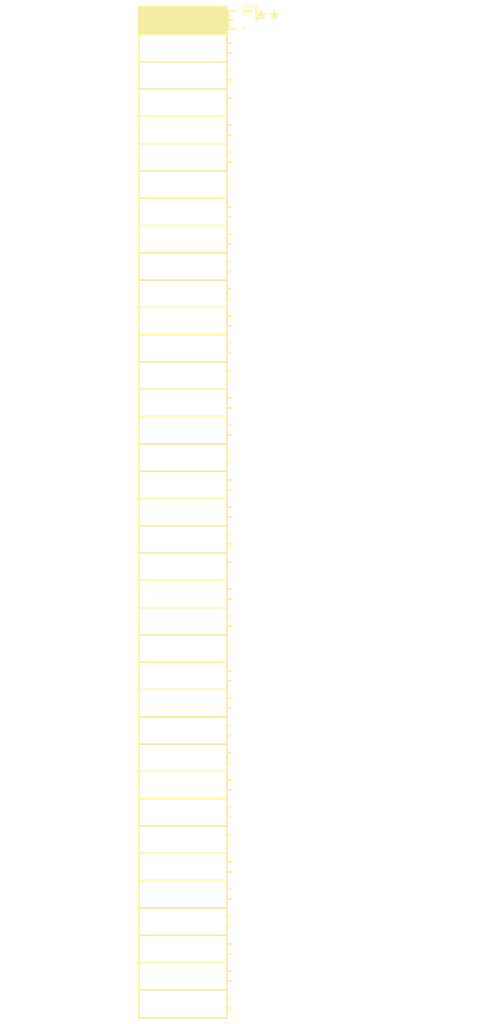
<source format=kicad_pcb>
(kicad_pcb (version 20240108) (generator pcbnew)
  (layers (0 "F.Cu" signal) (31 "B.Cu" signal) (34 "B.Paste" user) (35 "F.Paste" user) (36 "B.SilkS" user "B.Silkscreen") (37 "F.SilkS" user "F.Silkscreen") (38 "B.Mask" user) (39 "F.Mask" user) (44 "Edge.Cuts" user))
  (net 0 "")
  (footprint "PinSocket_1x37_P2.00mm_Horizontal" (layer "F.Cu") (at 0 0)
    (property "Reference" "REF**")
    (property "Value" "PinSocket_1x37_P2.00mm_Horizontal")
    (fp_line (start -7.68 -1.06) (end -7.68 73.06) (layer "F.SilkS") (stroke (width 0.12)))
    (fp_line (start -7.68 -1.06) (end -1.21 -1.06) (layer "F.SilkS") (stroke (width 0.12)))
    (fp_line (start -7.68 -0.94) (end -1.21 -0.94) (layer "F.SilkS") (stroke (width 0.12)))
    (fp_line (start -7.68 -0.825882) (end -1.21 -0.825882) (layer "F.SilkS") (stroke (width 0.12)))
    (fp_line (start -7.68 -0.711764) (end -1.21 -0.711764) (layer "F.SilkS") (stroke (width 0.12)))
    (fp_line (start -7.68 -0.597646) (end -1.21 -0.597646) (layer "F.SilkS") (stroke (width 0.12)))
    (fp_line (start -7.68 -0.483528) (end -1.21 -0.483528) (layer "F.SilkS") (stroke (width 0.12)))
    (fp_line (start -7.68 -0.36941) (end -1.21 -0.36941) (layer "F.SilkS") (stroke (width 0.12)))
    (fp_line (start -7.68 -0.255292) (end -1.21 -0.255292) (layer "F.SilkS") (stroke (width 0.12)))
    (fp_line (start -7.68 -0.141174) (end -1.21 -0.141174) (layer "F.SilkS") (stroke (width 0.12)))
    (fp_line (start -7.68 -0.027056) (end -1.21 -0.027056) (layer "F.SilkS") (stroke (width 0.12)))
    (fp_line (start -7.68 0.087062) (end -1.21 0.087062) (layer "F.SilkS") (stroke (width 0.12)))
    (fp_line (start -7.68 0.20118) (end -1.21 0.20118) (layer "F.SilkS") (stroke (width 0.12)))
    (fp_line (start -7.68 0.315298) (end -1.21 0.315298) (layer "F.SilkS") (stroke (width 0.12)))
    (fp_line (start -7.68 0.429416) (end -1.21 0.429416) (layer "F.SilkS") (stroke (width 0.12)))
    (fp_line (start -7.68 0.543534) (end -1.21 0.543534) (layer "F.SilkS") (stroke (width 0.12)))
    (fp_line (start -7.68 0.657652) (end -1.21 0.657652) (layer "F.SilkS") (stroke (width 0.12)))
    (fp_line (start -7.68 0.77177) (end -1.21 0.77177) (layer "F.SilkS") (stroke (width 0.12)))
    (fp_line (start -7.68 0.885888) (end -1.21 0.885888) (layer "F.SilkS") (stroke (width 0.12)))
    (fp_line (start -7.68 1) (end -1.21 1) (layer "F.SilkS") (stroke (width 0.12)))
    (fp_line (start -7.68 3) (end -1.21 3) (layer "F.SilkS") (stroke (width 0.12)))
    (fp_line (start -7.68 5) (end -1.21 5) (layer "F.SilkS") (stroke (width 0.12)))
    (fp_line (start -7.68 7) (end -1.21 7) (layer "F.SilkS") (stroke (width 0.12)))
    (fp_line (start -7.68 9) (end -1.21 9) (layer "F.SilkS") (stroke (width 0.12)))
    (fp_line (start -7.68 11) (end -1.21 11) (layer "F.SilkS") (stroke (width 0.12)))
    (fp_line (start -7.68 13) (end -1.21 13) (layer "F.SilkS") (stroke (width 0.12)))
    (fp_line (start -7.68 15) (end -1.21 15) (layer "F.SilkS") (stroke (width 0.12)))
    (fp_line (start -7.68 17) (end -1.21 17) (layer "F.SilkS") (stroke (width 0.12)))
    (fp_line (start -7.68 19) (end -1.21 19) (layer "F.SilkS") (stroke (width 0.12)))
    (fp_line (start -7.68 21) (end -1.21 21) (layer "F.SilkS") (stroke (width 0.12)))
    (fp_line (start -7.68 23) (end -1.21 23) (layer "F.SilkS") (stroke (width 0.12)))
    (fp_line (start -7.68 25) (end -1.21 25) (layer "F.SilkS") (stroke (width 0.12)))
    (fp_line (start -7.68 27) (end -1.21 27) (layer "F.SilkS") (stroke (width 0.12)))
    (fp_line (start -7.68 29) (end -1.21 29) (layer "F.SilkS") (stroke (width 0.12)))
    (fp_line (start -7.68 31) (end -1.21 31) (layer "F.SilkS") (stroke (width 0.12)))
    (fp_line (start -7.68 33) (end -1.21 33) (layer "F.SilkS") (stroke (width 0.12)))
    (fp_line (start -7.68 35) (end -1.21 35) (layer "F.SilkS") (stroke (width 0.12)))
    (fp_line (start -7.68 37) (end -1.21 37) (layer "F.SilkS") (stroke (width 0.12)))
    (fp_line (start -7.68 39) (end -1.21 39) (layer "F.SilkS") (stroke (width 0.12)))
    (fp_line (start -7.68 41) (end -1.21 41) (layer "F.SilkS") (stroke (width 0.12)))
    (fp_line (start -7.68 43) (end -1.21 43) (layer "F.SilkS") (stroke (width 0.12)))
    (fp_line (start -7.68 45) (end -1.21 45) (layer "F.SilkS") (stroke (width 0.12)))
    (fp_line (start -7.68 47) (end -1.21 47) (layer "F.SilkS") (stroke (width 0.12)))
    (fp_line (start -7.68 49) (end -1.21 49) (layer "F.SilkS") (stroke (width 0.12)))
    (fp_line (start -7.68 51) (end -1.21 51) (layer "F.SilkS") (stroke (width 0.12)))
    (fp_line (start -7.68 53) (end -1.21 53) (layer "F.SilkS") (stroke (width 0.12)))
    (fp_line (start -7.68 55) (end -1.21 55) (layer "F.SilkS") (stroke (width 0.12)))
    (fp_line (start -7.68 57) (end -1.21 57) (layer "F.SilkS") (stroke (width 0.12)))
    (fp_line (start -7.68 59) (end -1.21 59) (layer "F.SilkS") (stroke (width 0.12)))
    (fp_line (start -7.68 61) (end -1.21 61) (layer "F.SilkS") (stroke (width 0.12)))
    (fp_line (start -7.68 63) (end -1.21 63) (layer "F.SilkS") (stroke (width 0.12)))
    (fp_line (start -7.68 65) (end -1.21 65) (layer "F.SilkS") (stroke (width 0.12)))
    (fp_line (start -7.68 67) (end -1.21 67) (layer "F.SilkS") (stroke (width 0.12)))
    (fp_line (start -7.68 69) (end -1.21 69) (layer "F.SilkS") (stroke (width 0.12)))
    (fp_line (start -7.68 71) (end -1.21 71) (layer "F.SilkS") (stroke (width 0.12)))
    (fp_line (start -7.68 73.06) (end -1.21 73.06) (layer "F.SilkS") (stroke (width 0.12)))
    (fp_line (start -1.21 -1.06) (end -1.21 73.06) (layer "F.SilkS") (stroke (width 0.12)))
    (fp_line (start -1.21 -0.36) (end -0.935 -0.36) (layer "F.SilkS") (stroke (width 0.12)))
    (fp_line (start -1.21 0.36) (end -0.935 0.36) (layer "F.SilkS") (stroke (width 0.12)))
    (fp_line (start -1.21 1.64) (end -0.862917 1.64) (layer "F.SilkS") (stroke (width 0.12)))
    (fp_line (start -1.21 2.36) (end -0.862917 2.36) (layer "F.SilkS") (stroke (width 0.12)))
    (fp_line (start -1.21 3.64) (end -0.862917 3.64) (layer "F.SilkS") (stroke (width 0.12)))
    (fp_line (start -1.21 4.36) (end -0.862917 4.36) (layer "F.SilkS") (stroke (width 0.12)))
    (fp_line (start -1.21 5.64) (end -0.862917 5.64) (layer "F.SilkS") (stroke (width 0.12)))
    (fp_line (start -1.21 6.36) (end -0.862917 6.36) (layer "F.SilkS") (stroke (width 0.12)))
    (fp_line (start -1.21 7.64) (end -0.862917 7.64) (layer "F.SilkS") (stroke (width 0.12)))
    (fp_line (start -1.21 8.36) (end -0.862917 8.36) (layer "F.SilkS") (stroke (width 0.12)))
    (fp_line (start -1.21 9.64) (end -0.862917 9.64) (layer "F.SilkS") (stroke (width 0.12)))
    (fp_line (start -1.21 10.36) (end -0.862917 10.36) (layer "F.SilkS") (stroke (width 0.12)))
    (fp_line (start -1.21 11.64) (end -0.862917 11.64) (layer "F.SilkS") (stroke (width 0.12)))
    (fp_line (start -1.21 12.36) (end -0.862917 12.36) (layer "F.SilkS") (stroke (width 0.12)))
    (fp_line (start -1.21 13.64) (end -0.862917 13.64) (layer "F.SilkS") (stroke (width 0.12)))
    (fp_line (start -1.21 14.36) (end -0.862917 14.36) (layer "F.SilkS") (stroke (width 0.12)))
    (fp_line (start -1.21 15.64) (end -0.862917 15.64) (layer "F.SilkS") (stroke (width 0.12)))
    (fp_line (start -1.21 16.36) (end -0.862917 16.36) (layer "F.SilkS") (stroke (width 0.12)))
    (fp_line (start -1.21 17.64) (end -0.862917 17.64) (layer "F.SilkS") (stroke (width 0.12)))
    (fp_line (start -1.21 18.36) (end -0.862917 18.36) (layer "F.SilkS") (stroke (width 0.12)))
    (fp_line (start -1.21 19.64) (end -0.862917 19.64) (layer "F.SilkS") (stroke (width 0.12)))
    (fp_line (start -1.21 20.36) (end -0.862917 20.36) (layer "F.SilkS") (stroke (width 0.12)))
    (fp_line (start -1.21 21.64) (end -0.862917 21.64) (layer "F.SilkS") (stroke (width 0.12)))
    (fp_line (start -1.21 22.36) (end -0.862917 22.36) (layer "F.SilkS") (stroke (width 0.12)))
    (fp_line (start -1.21 23.64) (end -0.862917 23.64) (layer "F.SilkS") (stroke (width 0.12)))
    (fp_line (start -1.21 24.36) (end -0.862917 24.36) (layer "F.SilkS") (stroke (width 0.12)))
    (fp_line (start -1.21 25.64) (end -0.862917 25.64) (layer "F.SilkS") (stroke (width 0.12)))
    (fp_line (start -1.21 26.36) (end -0.862917 26.36) (layer "F.SilkS") (stroke (width 0.12)))
    (fp_line (start -1.21 27.64) (end -0.862917 27.64) (layer "F.SilkS") (stroke (width 0.12)))
    (fp_line (start -1.21 28.36) (end -0.862917 28.36) (layer "F.SilkS") (stroke (width 0.12)))
    (fp_line (start -1.21 29.64) (end -0.862917 29.64) (layer "F.SilkS") (stroke (width 0.12)))
    (fp_line (start -1.21 30.36) (end -0.862917 30.36) (layer "F.SilkS") (stroke (width 0.12)))
    (fp_line (start -1.21 31.64) (end -0.862917 31.64) (layer "F.SilkS") (stroke (width 0.12)))
    (fp_line (start -1.21 32.36) (end -0.862917 32.36) (layer "F.SilkS") (stroke (width 0.12)))
    (fp_line (start -1.21 33.64) (end -0.862917 33.64) (layer "F.SilkS") (stroke (width 0.12)))
    (fp_line (start -1.21 34.36) (end -0.862917 34.36) (layer "F.SilkS") (stroke (width 0.12)))
    (fp_line (start -1.21 35.64) (end -0.862917 35.64) (layer "F.SilkS") (stroke (width 0.12)))
    (fp_line (start -1.21 36.36) (end -0.862917 36.36) (layer "F.SilkS") (stroke (width 0.12)))
    (fp_line (start -1.21 37.64) (end -0.862917 37.64) (layer "F.SilkS") (stroke (width 0.12)))
    (fp_line (start -1.21 38.36) (end -0.862917 38.36) (layer "F.SilkS") (stroke (width 0.12)))
    (fp_line (start -1.21 39.64) (end -0.862917 39.64) (layer "F.SilkS") (stroke (width 0.12)))
    (fp_line (start -1.21 40.36) (end -0.862917 40.36) (layer "F.SilkS") (stroke (width 0.12)))
    (fp_line (start -1.21 41.64) (end -0.862917 41.64) (layer "F.SilkS") (stroke (width 0.12)))
    (fp_line (start -1.21 42.36) (end -0.862917 42.36) (layer "F.SilkS") (stroke (width 0.12)))
    (fp_line (start -1.21 43.64) (end -0.862917 43.64) (layer "F.SilkS") (stroke (width 0.12)))
    (fp_line (start -1.21 44.36) (end -0.862917 44.36) (layer "F.SilkS") (stroke (width 0.12)))
    (fp_line (start -1.21 45.64) (end -0.862917 45.64) (layer "F.SilkS") (stroke (width 0.12)))
    (fp_line (start -1.21 46.36) (end -0.862917 46.36) (layer "F.SilkS") (stroke (width 0.12)))
    (fp_line (start -1.21 47.64) (end -0.862917 47.64) (layer "F.SilkS") (stroke (width 0.12)))
    (fp_line (start -1.21 48.36) (end -0.862917 48.36) (layer "F.SilkS") (stroke (width 0.12)))
    (fp_line (start -1.21 49.64) (end -0.862917 49.64) (layer "F.SilkS") (stroke (width 0.12)))
    (fp_line (start -1.21 50.36) (end -0.862917 50.36) (layer "F.SilkS") (stroke (width 0.12)))
    (fp_line (start -1.21 51.64) (end -0.862917 51.64) (layer "F.SilkS") (stroke (width 0.12)))
    (fp_line (start -1.21 52.36) (end -0.862917 52.36) (layer "F.SilkS") (stroke (width 0.12)))
    (fp_line (start -1.21 53.64) (end -0.862917 53.64) (layer "F.SilkS") (stroke (width 0.12)))
    (fp_line (start -1.21 54.36) (end -0.862917 54.36) (layer "F.SilkS") (stroke (width 0.12)))
    (fp_line (start -1.21 55.64) (end -0.862917 55.64) (layer "F.SilkS") (stroke (width 0.12)))
    (fp_line (start -1.21 56.36) (end -0.862917 56.36) (layer "F.SilkS") (stroke (width 0.12)))
    (fp_line (start -1.21 57.64) (end -0.862917 57.64) (layer "F.SilkS") (stroke (width 0.12)))
    (fp_line (start -1.21 58.36) (end -0.862917 58.36) (layer "F.SilkS") (stroke (width 0.12)))
    (fp_line (start -1.21 59.64) (end -0.862917 59.64) (layer "F.SilkS") (stroke (width 0.12)))
    (fp_line (start -1.21 60.36) (end -0.862917 60.36) (layer "F.SilkS") (stroke (width 0.12)))
    (fp_line (start -1.21 61.64) (end -0.862917 61.64) (layer "F.SilkS") (stroke (width 0.12)))
    (fp_line (start -1.21 62.36) (end -0.862917 62.36) (layer "F.SilkS") (stroke (width 0.12)))
    (fp_line (start -1.21 63.64) (end -0.862917 63.64) (layer "F.SilkS") (stroke (width 0.12)))
    (fp_line (start -1.21 64.36) (end -0.862917 64.36) (layer "F.SilkS") (stroke (width 0.12)))
    (fp_line (start -1.21 65.64) (end -0.862917 65.64) (layer "F.SilkS") (stroke (width 0.12)))
    (fp_line (start -1.21 66.36) (end -0.862917 66.36) (layer "F.SilkS") (stroke (width 0.12)))
    (fp_line (start -1.21 67.64) (end -0.862917 67.64) (layer "F.SilkS") (stroke (width 0.12)))
    (fp_line (start -1.21 68.36) (end -0.862917 68.36) (layer "F.SilkS") (stroke (width 0.12)))
    (fp_line (start -1.21 69.64) (end -0.862917 69.64) (layer "F.SilkS") (stroke (width 0.12)))
    (fp_line (start -1.21 70.36) (end -0.862917 70.36) (layer "F.SilkS") (stroke (width 0.12)))
    (fp_line (start -1.21 71.64) (end -0.862917 71.64) (layer "F.SilkS") (stroke (width 0.12)))
    (fp_line (start -1.21 72.36) (end -0.862917 72.36) (layer "F.SilkS") (stroke (width 0.12)))
    (fp_line (start 0 -1.06) (end 0.935 -1.06) (layer "F.SilkS") (stroke (width 0.12)))
    (fp_line (start 0.935 -1.06) (end 0.935 0) (layer "F.SilkS") (stroke (width 0.12)))
    (pad "1" thru_hole rect (at 0 0) (size 1.35 1.35) (drill 0.8) (layers *.Cu *.Mask) (remove_unused_layers))
    (pad "2" thru_hole oval (at 0 2) (size 1.35 1.35) (drill 0.8) (layers *.Cu *.Mask) (remove_unused_layers))
    (pad "3" thru_hole oval (at 0 4) (size 1.35 1.35) (drill 0.8) (layers *.Cu *.Mask) (remove_unused_layers))
    (pad "4" thru_hole oval (at 0 6) (size 1.35 1.35) (drill 0.8) (layers *.Cu *.Mask) (remove_unused_layers))
    (pad "5" thru_hole oval (at 0 8) (size 1.35 1.35) (drill 0.8) (layers *.Cu *.Mask) (remove_unused_layers))
    (pad "6" thru_hole oval (at 0 10) (size 1.35 1.35) (drill 0.8) (layers *.Cu *.Mask) (remove_unused_layers))
    (pad "7" thru_hole oval (at 0 12) (size 1.35 1.35) (drill 0.8) (layers *.Cu *.Mask) (remove_unused_layers))
    (pad "8" thru_hole oval (at 0 14) (size 1.35 1.35) (drill 0.8) (layers *.Cu *.Mask) (remove_unused_layers))
    (pad "9" thru_hole oval (at 0 16) (size 1.35 1.35) (drill 0.8) (layers *.Cu *.Mask) (remove_unused_layers))
    (pad "10" thru_hole oval (at 0 18) (size 1.35 1.35) (drill 0.8) (layers *.Cu *.Mask) (remove_unused_layers))
    (pad "11" thru_hole oval (at 0 20) (size 1.35 1.35) (drill 0.8) (layers *.Cu *.Mask) (remove_unused_layers))
    (pad "12" thru_hole oval (at 0 22) (size 1.35 1.35) (drill 0.8) (layers *.Cu *.Mask) (remove_unused_layers))
    (pad "13" thru_hole oval (at 0 24) (size 1.35 1.35) (drill 0.8) (layers *.Cu *.Mask) (remove_unused_layers))
    (pad "14" thru_hole oval (at 0 26) (size 1.35 1.35) (drill 0.8) (layers *.Cu *.Mask) (remove_unused_layers))
    (pad "15" thru_hole oval (at 0 28) (size 1.35 1.35) (drill 0.8) (layers *.Cu *.Mask) (remove_unused_layers))
    (pad "16" thru_hole oval (at 0 30) (size 1.35 1.35) (drill 0.8) (layers *.Cu *.Mask) (remove_unused_layers))
    (pad "17" thru_hole oval (at 0 32) (size 1.35 1.35) (drill 0.8) (layers *.Cu *.Mask) (remove_unused_layers))
    (pad "18" thru_hole oval (at 0 34) (size 1.35 1.35) (drill 0.8) (layers *.Cu *.Mask) (remove_unused_layers))
    (pad "19" thru_hole oval (at 0 36) (size 1.35 1.35) (drill 0.8) (layers *.Cu *.Mask) (remove_unused_layers))
    (pad "20" thru_hole oval (at 0 38) (size 1.35 1.35) (drill 0.8) (layers *.Cu *.Mask) (remove_unused_layers))
    (pad "21" thru_hole oval (at 0 40) (size 1.35 1.35) (drill 0.8) (layers *.Cu *.Mask) (remove_unused_layers))
    (pad "22" thru_hole oval (at 0 42) (size 1.35 1.35) (drill 0.8) (layers *.Cu *.Mask) (remove_unused_layers))
    (pad "23" thru_hole oval (at 0 44) (size 1.35 1.35) (drill 0.8) (layers *.Cu *.Mask) (remove_unused_layers))
    (pad "24" thru_hole oval (at 0 46) (size 1.35 1.35) (drill 0.8) (layers *.Cu *.Mask) (remove_unused_layers))
    (pad "25" thru_hole oval (at 0 48) (size 1.35 1.35) (drill 0.8) (layers *.Cu *.Mask) (remove_unused_layers))
    (pad "26" thru_hole oval (at 0 50) (size 1.35 1.35) (drill 0.8) (layers *.Cu *.Mask) (remove_unused_layers))
    (pad "27" thru_hole oval (at 0 52) (size 1.35 1.35) (drill 0.8) (layers *.Cu *.Mask) (remove_unused_layers))
    (pad "28" thru_hole oval (at 0 54) (size 1.35 1.35) (drill 0.8) (layers *.Cu *.Mask) (remove_unused_layers))
    (pad "29" thru_hole oval (at 0 56) (size 1.35 1.35) (drill 0.8) (layers *.Cu *.Mask) (remove_unused_layers))
    (pad "30" thru_hole oval (at 0 58) (size 1.35 1.35) (drill 0.8) (layers *.Cu *.Mask) (remove_unused_layers))
    (pad "31" thru_hole oval (at 0 60) (size 1.35 1.35) (drill 0.8) (layers *.Cu *.Mask) (remove_unused_layers))
    (pad "32" thru_hole oval (at 0 62) (size 1.35 1.35) (drill 0.8) (layers *.Cu *.Mask) (remove_unused_layers))
    (pad "33" thru_hole oval (at 0 64) (size 1.35 1.35) (drill 0.8) (layers *.Cu *.Mask) (remove_unused_layers))
    (pad "34" thru_hole oval (at 0 66) (size 1.35 1.35) (drill 0.8) (layers *.Cu *.Mask) (remove_unused_layers))
    (pad "35" thru_hole oval (at 0 68) (size 1.35 1.35) (drill 0.8) (layers *.Cu *.Mask) (remove_unused_layers))
    (pad "36" thru_hole oval (at 0 70) (size 1.35 1.35) (drill 0.8) (layers *.Cu *.Mask) (remove_unused_layers))
    (pad "37" thru_hole oval (at 0 72) (size 1.35 1.35) (drill 0.8) (layers *.Cu *.Mask) (remove_unused_layers))
  )
)
</source>
